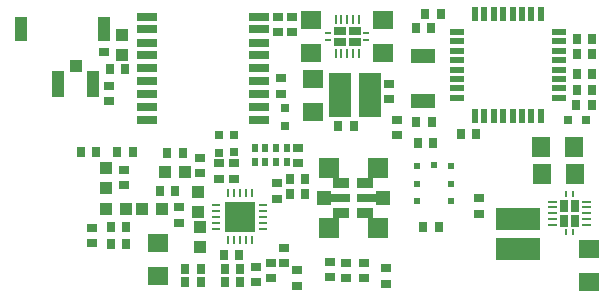
<source format=gtp>
G75*
%MOIN*%
%OFA0B0*%
%FSLAX24Y24*%
%IPPOS*%
%LPD*%
%AMOC8*
5,1,8,0,0,1.08239X$1,22.5*
%
%ADD10R,0.0354X0.0276*%
%ADD11R,0.0276X0.0354*%
%ADD12R,0.0500X0.0220*%
%ADD13R,0.0220X0.0500*%
%ADD14R,0.0709X0.0315*%
%ADD15R,0.0709X0.0276*%
%ADD16R,0.0394X0.0787*%
%ADD17R,0.0394X0.0433*%
%ADD18R,0.0315X0.0315*%
%ADD19R,0.0413X0.0866*%
%ADD20R,0.0394X0.0413*%
%ADD21C,0.0091*%
%ADD22R,0.0098X0.0226*%
%ADD23R,0.0256X0.0404*%
%ADD24R,0.0270X0.0091*%
%ADD25R,0.1500X0.0760*%
%ADD26R,0.0709X0.0630*%
%ADD27R,0.0630X0.0709*%
%ADD28R,0.0226X0.0098*%
%ADD29R,0.0404X0.0256*%
%ADD30R,0.0091X0.0270*%
%ADD31R,0.0760X0.1500*%
%ADD32R,0.0700X0.0700*%
%ADD33R,0.0450X0.0450*%
%ADD34R,0.0700X0.0280*%
%ADD35R,0.0560X0.0350*%
%ADD36R,0.0787X0.0512*%
%ADD37R,0.0276X0.0098*%
%ADD38R,0.0098X0.0276*%
%ADD39R,0.1024X0.1024*%
%ADD40R,0.0433X0.0394*%
%ADD41R,0.0197X0.0315*%
%ADD42R,0.0197X0.0236*%
%ADD43R,0.0236X0.0197*%
D10*
X002845Y002179D03*
X002845Y002691D03*
X003925Y004104D03*
X003925Y004616D03*
X005735Y003371D03*
X005735Y002859D03*
X007075Y004329D03*
X007575Y004324D03*
X007575Y004836D03*
X007075Y004841D03*
X006445Y005031D03*
X006445Y004519D03*
X009005Y004171D03*
X009005Y003659D03*
X009725Y004849D03*
X009725Y005361D03*
X012760Y006969D03*
X012760Y007481D03*
X013030Y006291D03*
X013030Y005779D03*
X015755Y003671D03*
X015755Y003159D03*
X012650Y001341D03*
X011910Y001526D03*
X011310Y001526D03*
X010775Y001546D03*
X010775Y001034D03*
X011310Y001014D03*
X011910Y001014D03*
X012650Y000829D03*
X009675Y000759D03*
X009675Y001271D03*
X009255Y001519D03*
X008800Y001516D03*
X008330Y001381D03*
X008800Y001004D03*
X008330Y000869D03*
X009255Y002031D03*
X003405Y006919D03*
X003405Y007431D03*
X003245Y008544D03*
X003245Y009056D03*
X009060Y009214D03*
X009510Y009214D03*
X009510Y009726D03*
X009060Y009726D03*
X009160Y007676D03*
X009160Y007164D03*
D11*
X011054Y006070D03*
X011566Y006070D03*
X013654Y006220D03*
X014166Y006220D03*
X014211Y005525D03*
X013699Y005525D03*
X015134Y005800D03*
X015646Y005800D03*
X018994Y006780D03*
X019506Y006780D03*
X019511Y007285D03*
X018999Y007285D03*
X019004Y007800D03*
X019516Y007800D03*
X019516Y008470D03*
X019004Y008470D03*
X019009Y008985D03*
X019521Y008985D03*
X014466Y009830D03*
X013954Y009830D03*
X014161Y009350D03*
X013649Y009350D03*
X005871Y005185D03*
X005359Y005185D03*
X004201Y005215D03*
X003689Y005215D03*
X002986Y005215D03*
X002474Y005215D03*
X005104Y003925D03*
X005616Y003925D03*
X003981Y002700D03*
X003469Y002700D03*
X003469Y002160D03*
X003981Y002160D03*
X005954Y001330D03*
X006466Y001330D03*
X006466Y000890D03*
X005954Y000890D03*
X007279Y000890D03*
X007791Y000890D03*
X007791Y001330D03*
X007761Y001795D03*
X007249Y001795D03*
X007279Y001330D03*
X009449Y003825D03*
X009961Y003825D03*
X009961Y004315D03*
X009449Y004315D03*
X013894Y002720D03*
X014406Y002720D03*
X003951Y007970D03*
X003439Y007970D03*
D12*
X015020Y007963D03*
X015020Y008277D03*
X015020Y008592D03*
X015020Y008907D03*
X015020Y009222D03*
X015020Y007648D03*
X015020Y007333D03*
X015020Y007018D03*
X018400Y007018D03*
X018400Y007333D03*
X018400Y007648D03*
X018400Y007963D03*
X018400Y008277D03*
X018400Y008592D03*
X018400Y008907D03*
X018400Y009222D03*
D13*
X017812Y009810D03*
X017497Y009810D03*
X017182Y009810D03*
X016867Y009810D03*
X016553Y009810D03*
X016238Y009810D03*
X015923Y009810D03*
X015608Y009810D03*
X015608Y006430D03*
X015923Y006430D03*
X016238Y006430D03*
X016553Y006430D03*
X016867Y006430D03*
X017182Y006430D03*
X017497Y006430D03*
X017812Y006430D03*
D14*
X008409Y006701D03*
X008409Y007134D03*
X008409Y007567D03*
X008409Y008000D03*
X008409Y008433D03*
X008409Y008866D03*
X008409Y009300D03*
X004669Y009300D03*
X004669Y008866D03*
X004669Y008433D03*
X004669Y008000D03*
X004669Y007567D03*
X004669Y007134D03*
X004669Y006701D03*
D15*
X004669Y006288D03*
X008409Y006288D03*
X008409Y009713D03*
X004669Y009713D03*
D16*
X003260Y009320D03*
X000465Y009320D03*
D17*
X003860Y009105D03*
X003860Y008435D03*
X003310Y004690D03*
X003310Y004020D03*
X006365Y003895D03*
X006365Y003225D03*
X006455Y002710D03*
X006455Y002040D03*
D18*
X007075Y005195D03*
X007575Y005200D03*
X007575Y005790D03*
X007075Y005785D03*
X009265Y006080D03*
X009265Y006670D03*
X018715Y006270D03*
X019305Y006270D03*
D19*
X002891Y007490D03*
X001729Y007490D03*
D20*
X002310Y008091D03*
D21*
X010966Y008611D03*
X011163Y008611D03*
X011360Y008611D03*
X011557Y008611D03*
X011754Y008611D03*
X011754Y009529D03*
X011557Y009529D03*
X011360Y009529D03*
X011163Y009529D03*
X010966Y009529D03*
X018301Y003564D03*
X018301Y003367D03*
X018301Y003170D03*
X018301Y002973D03*
X018301Y002776D03*
X019219Y002776D03*
X019219Y002973D03*
X019219Y003170D03*
X019219Y003367D03*
X019219Y003564D03*
D22*
X018868Y003805D03*
X018652Y003805D03*
X018652Y002535D03*
X018868Y002535D03*
D23*
X018947Y002909D03*
X018573Y002909D03*
X018573Y003431D03*
X018947Y003431D03*
D24*
X019354Y003367D03*
X019354Y003564D03*
X019354Y003170D03*
X019354Y002973D03*
X019354Y002776D03*
X018166Y002776D03*
X018166Y002973D03*
X018166Y003170D03*
X018166Y003367D03*
X018166Y003564D03*
D25*
X017060Y002970D03*
X017060Y001970D03*
D26*
X019410Y001971D03*
X019410Y000869D03*
X010225Y006534D03*
X010225Y007636D03*
X010160Y008519D03*
X010160Y009621D03*
X012560Y009621D03*
X012560Y008519D03*
X005045Y002176D03*
X005045Y001074D03*
D27*
X017809Y005370D03*
X018911Y005370D03*
X018961Y004470D03*
X017859Y004470D03*
D28*
X011995Y008962D03*
X011995Y009178D03*
X010725Y009178D03*
X010725Y008962D03*
D29*
X011099Y008883D03*
X011099Y009257D03*
X011621Y009257D03*
X011621Y008883D03*
D30*
X011557Y008476D03*
X011754Y008476D03*
X011360Y008476D03*
X011163Y008476D03*
X010966Y008476D03*
X010966Y009664D03*
X011163Y009664D03*
X011360Y009664D03*
X011557Y009664D03*
X011754Y009664D03*
D31*
X012110Y007120D03*
X011110Y007120D03*
D32*
X010733Y004670D03*
X012387Y004670D03*
X012387Y002670D03*
X010733Y002670D03*
D33*
X010583Y003670D03*
X012537Y003670D03*
D34*
X012010Y003670D03*
X011110Y003670D03*
D35*
X011160Y003170D03*
X011960Y003170D03*
X011960Y004170D03*
X011160Y004170D03*
D36*
X013881Y006931D03*
X013881Y008427D03*
D37*
X008557Y003449D03*
X008557Y003252D03*
X008557Y003055D03*
X008557Y002858D03*
X008557Y002661D03*
X006983Y002661D03*
X006983Y002858D03*
X006983Y003055D03*
X006983Y003252D03*
X006983Y003449D03*
D38*
X007376Y003842D03*
X007573Y003842D03*
X007770Y003842D03*
X007967Y003842D03*
X008164Y003842D03*
X008164Y002268D03*
X007967Y002268D03*
X007770Y002268D03*
X007573Y002268D03*
X007376Y002268D03*
D39*
X007770Y003055D03*
D40*
X005960Y004565D03*
X005290Y004565D03*
X005190Y003315D03*
X004520Y003315D03*
X003985Y003310D03*
X003315Y003310D03*
D41*
X008269Y004884D03*
X008623Y004884D03*
X008977Y004884D03*
X009331Y004884D03*
X009331Y005356D03*
X008977Y005356D03*
X008623Y005356D03*
X008269Y005356D03*
D42*
X013674Y004751D03*
X013674Y004160D03*
X013674Y003569D03*
X014816Y003569D03*
X014816Y004160D03*
X014816Y004751D03*
D43*
X014245Y004770D03*
M02*

</source>
